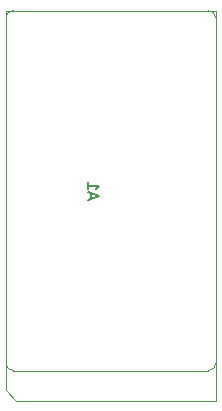
<source format=gbr>
%TF.GenerationSoftware,KiCad,Pcbnew,5.1.6+dfsg1-1~bpo10+1*%
%TF.CreationDate,Date%
%TF.ProjectId,ProMicro_LORA,50726f4d-6963-4726-9f5f-4c4f52412e6b,v1.1*%
%TF.SameCoordinates,Original*%
%TF.FileFunction,Other,Fab,Bot*%
%FSLAX45Y45*%
G04 Gerber Fmt 4.5, Leading zero omitted, Abs format (unit mm)*
G04 Created by KiCad*
%MOMM*%
%LPD*%
G01*
G04 APERTURE LIST*
%TA.AperFunction,Profile*%
%ADD10C,0.100000*%
%TD*%
%ADD11C,0.100000*%
%ADD12C,0.150000*%
G04 APERTURE END LIST*
D10*
X-127000Y2857500D02*
X-127000Y-63500D01*
X1651000Y2857500D02*
X1651000Y-63500D01*
X-127000Y2857500D02*
G75*
G02*
X-63500Y2921000I63500J0D01*
G01*
X1587500Y2921000D02*
G75*
G02*
X1651000Y2857500I0J-63500D01*
G01*
X-63500Y2921000D02*
X1587500Y2921000D01*
X1651000Y-63500D02*
G75*
G02*
X1587500Y-127000I-63500J0D01*
G01*
X-63500Y-127000D02*
G75*
G02*
X-127000Y-63500I0J63500D01*
G01*
X1587500Y-127000D02*
X-63500Y-127000D01*
D11*
X1651000Y2921000D02*
X-127000Y2921000D01*
X-127000Y2921000D02*
X-127000Y-292100D01*
X-38100Y-381000D02*
X-127000Y-292100D01*
X-38100Y-381000D02*
X1651000Y-381000D01*
X1651000Y-381000D02*
X1651000Y2921000D01*
D12*
X592933Y1325572D02*
X592933Y1373191D01*
X564362Y1316048D02*
X664362Y1349381D01*
X564362Y1382714D01*
X564362Y1468429D02*
X564362Y1411286D01*
X564362Y1439857D02*
X664362Y1439857D01*
X650076Y1430333D01*
X640552Y1420810D01*
X635790Y1411286D01*
M02*

</source>
